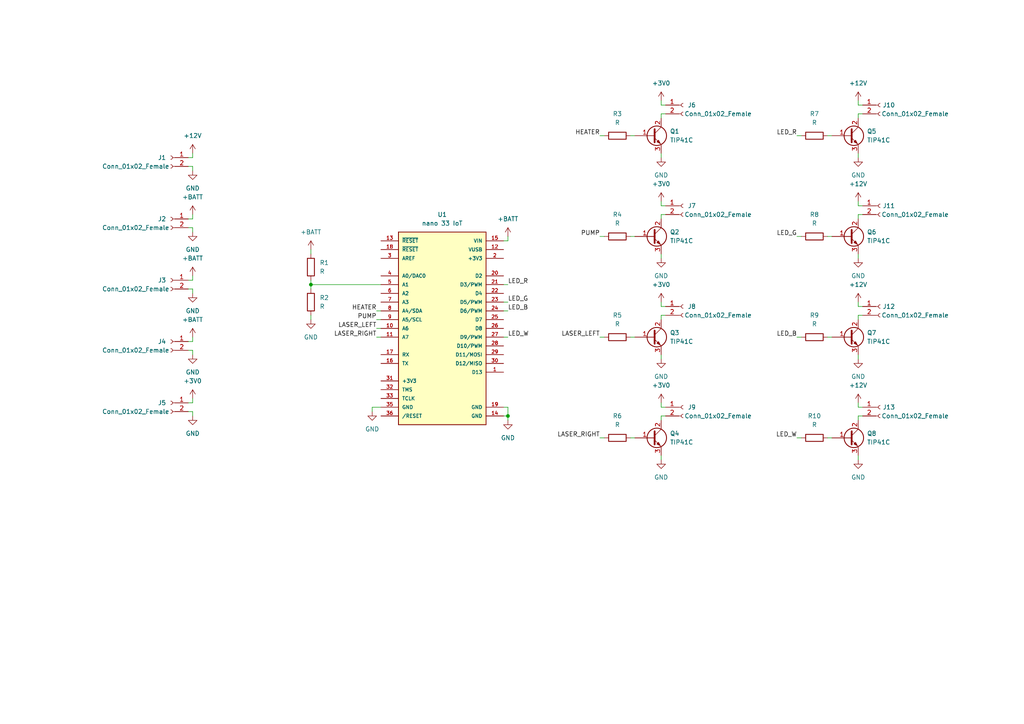
<source format=kicad_sch>
(kicad_sch (version 20211123) (generator eeschema)
  (paper "A4")
  (lib_symbols
    (symbol "Connector:Conn_01x02_Female" (pin_names (offset 1.016) hide)
      (property "Reference" "J" (at 0 2.54 0))
      (property "Value" "Conn_01x02_Female" (at 0 -5.08 0))
      (symbol "Conn_01x02_Female_1_1"
        (arc (start 0 -2.032) (mid -0.508 -2.54) (end 0 -3.048) (stroke (width 0.1524)))
        (polyline (pts (xy -1.27 -2.54) (xy -0.508 -2.54)) (stroke (width 0.1524)))
        (polyline (pts (xy -1.27 0) (xy -0.508 0)) (stroke (width 0.1524)))
        (arc (start 0 0.508) (mid -0.508 0) (end 0 -0.508) (stroke (width 0.1524)))
        (pin passive line (at -5.08 0 0) (length 3.81) (name "Pin_1") (number "1"))
        (pin passive line (at -5.08 -2.54 0) (length 3.81) (name "Pin_2") (number "2"))
      )
    )
    (symbol "Device:R" (pin_numbers hide) (pin_names (offset 0))
      (property "Reference" "R" (at 2.032 0 90))
      (property "Value" "R" (at 0 0 90))
      (symbol "R_0_1"
        (rectangle (start -1.016 -2.54) (end 1.016 2.54) (stroke (width 0.254)))
      )
      (symbol "R_1_1"
        (pin passive line (at 0 3.81 270) (length 1.27) (name "~") (number "1"))
        (pin passive line (at 0 -3.81 90) (length 1.27) (name "~") (number "2"))
      )
    )
    (symbol "Transistor_BJT:TIP41C" (pin_names (offset 0) hide)
      (property "Reference" "Q" (at 6.35 1.905 0))
      (property "Value" "TIP41C" (at 6.35 0 0))
      (symbol "TIP41C_0_1"
        (polyline (pts (xy 0.635 0.635) (xy 2.54 2.54)))
        (polyline (pts (xy 0.635 -0.635) (xy 2.54 -2.54) (xy 2.54 -2.54)))
        (polyline (pts (xy 0.635 1.905) (xy 0.635 -1.905) (xy 0.635 -1.905)) (stroke (width 0.508)))
        (polyline (pts (xy 1.27 -1.778) (xy 1.778 -1.27) (xy 2.286 -2.286) (xy 1.27 -1.778) (xy 1.27 -1.778)) (fill (type outline)))
        (circle (center 1.27 0) (radius 2.8194) (stroke (width 0.254)))
      )
      (symbol "TIP41C_1_1"
        (pin input line (at -5.08 0 0) (length 5.715) (name "B") (number "1"))
        (pin passive line (at 2.54 5.08 270) (length 2.54) (name "C") (number "2"))
        (pin passive line (at 2.54 -5.08 90) (length 2.54) (name "E") (number "3"))
      )
    )
    (symbol "arduino:nano 33 IoT" (pin_names (offset 1.016))
      (property "Reference" "U" (at -12.7 26.67 0))
      (property "Value" "nano 33 IoT" (at -12.7 -33.02 0))
      (symbol "nano 33 IoT_0_0"
        (rectangle (start -12.7 25.4) (end 12.7 -30.48) (stroke (width 0.254)) (fill (type background)))
        (pin bidirectional line (at 17.78 -15.24 180) (length 5.08) (name "D13") (number "1"))
        (pin input line (at -17.78 -2.54 0) (length 5.08) (name "A6") (number "10"))
        (pin input line (at -17.78 -5.08 0) (length 5.08) (name "A7") (number "11"))
        (pin power_in line (at 17.78 20.32 180) (length 5.08) (name "VUSB") (number "12"))
        (pin input line (at -17.78 22.86 0) (length 5.08) (name "~{RESET}") (number "13"))
        (pin power_in line (at 17.78 -27.94 180) (length 5.08) (name "GND") (number "14"))
        (pin power_in line (at 17.78 22.86 180) (length 5.08) (name "VIN") (number "15"))
        (pin bidirectional line (at -17.78 -12.7 0) (length 5.08) (name "TX") (number "16"))
        (pin bidirectional line (at -17.78 -10.16 0) (length 5.08) (name "RX") (number "17"))
        (pin input line (at -17.78 20.32 0) (length 5.08) (name "~{RESET}") (number "18"))
        (pin power_in line (at 17.78 -25.4 180) (length 5.08) (name "GND") (number "19"))
        (pin power_in line (at 17.78 17.78 180) (length 5.08) (name "+3V3") (number "2"))
        (pin bidirectional line (at 17.78 12.7 180) (length 5.08) (name "D2") (number "20"))
        (pin bidirectional line (at 17.78 10.16 180) (length 5.08) (name "D3/PWM") (number "21"))
        (pin bidirectional line (at 17.78 7.62 180) (length 5.08) (name "D4") (number "22"))
        (pin bidirectional line (at 17.78 5.08 180) (length 5.08) (name "D5/PWM") (number "23"))
        (pin bidirectional line (at 17.78 2.54 180) (length 5.08) (name "D6/PWM") (number "24"))
        (pin bidirectional line (at 17.78 0 180) (length 5.08) (name "D7") (number "25"))
        (pin bidirectional line (at 17.78 -2.54 180) (length 5.08) (name "D8") (number "26"))
        (pin bidirectional line (at 17.78 -5.08 180) (length 5.08) (name "D9/PWM") (number "27"))
        (pin bidirectional line (at 17.78 -7.62 180) (length 5.08) (name "D10/PWM") (number "28"))
        (pin bidirectional line (at 17.78 -10.16 180) (length 5.08) (name "D11/MOSI") (number "29"))
        (pin input line (at -17.78 17.78 0) (length 5.08) (name "AREF") (number "3"))
        (pin bidirectional line (at 17.78 -12.7 180) (length 5.08) (name "D12/MISO") (number "30"))
        (pin bidirectional line (at -17.78 -17.78 0) (length 5.08) (name "+3V3") (number "31"))
        (pin bidirectional line (at -17.78 -20.32 0) (length 5.08) (name "TMS") (number "32"))
        (pin bidirectional line (at -17.78 -22.86 0) (length 5.08) (name "TCLK") (number "33"))
        (pin bidirectional line (at -17.78 -25.4 0) (length 5.08) (name "GND") (number "35"))
        (pin bidirectional line (at -17.78 -27.94 0) (length 5.08) (name "/RESET") (number "36"))
        (pin bidirectional line (at -17.78 12.7 0) (length 5.08) (name "A0/DAC0") (number "4"))
        (pin input line (at -17.78 10.16 0) (length 5.08) (name "A1") (number "5"))
        (pin input line (at -17.78 7.62 0) (length 5.08) (name "A2") (number "6"))
        (pin input line (at -17.78 5.08 0) (length 5.08) (name "A3") (number "7"))
        (pin input line (at -17.78 2.54 0) (length 5.08) (name "A4/SDA") (number "8"))
        (pin input line (at -17.78 0 0) (length 5.08) (name "A5/SCL") (number "9"))
      )
    )
    (symbol "power:+12V" (power) (pin_names (offset 0))
      (property "Value" "+12V" (at 0 3.556 0))
      (symbol "+12V_0_1"
        (polyline (pts (xy -0.762 1.27) (xy 0 2.54)))
        (polyline (pts (xy 0 0) (xy 0 2.54)))
        (polyline (pts (xy 0 2.54) (xy 0.762 1.27)))
      )
      (symbol "+12V_1_1"
        (pin power_in line (at 0 0 90) (length 0) hide (name "+12V") (number "1"))
      )
    )
    (symbol "power:+3V0" (power) (pin_names (offset 0))
      (property "Value" "+3V0" (at 0 3.556 0))
      (symbol "+3V0_0_1"
        (polyline (pts (xy -0.762 1.27) (xy 0 2.54)))
        (polyline (pts (xy 0 0) (xy 0 2.54)))
        (polyline (pts (xy 0 2.54) (xy 0.762 1.27)))
      )
      (symbol "+3V0_1_1"
        (pin power_in line (at 0 0 90) (length 0) hide (name "+3V0") (number "1"))
      )
    )
    (symbol "power:+BATT" (power) (pin_names (offset 0))
      (property "Value" "+BATT" (at 0 3.556 0))
      (symbol "+BATT_0_1"
        (polyline (pts (xy -0.762 1.27) (xy 0 2.54)))
        (polyline (pts (xy 0 0) (xy 0 2.54)))
        (polyline (pts (xy 0 2.54) (xy 0.762 1.27)))
      )
      (symbol "+BATT_1_1"
        (pin power_in line (at 0 0 90) (length 0) hide (name "+BATT") (number "1"))
      )
    )
    (symbol "power:GND" (power) (pin_names (offset 0))
      (property "Value" "GND" (at 0 -3.81 0))
      (symbol "GND_0_1"
        (polyline (pts (xy 0 0) (xy 0 -1.27) (xy 1.27 -1.27) (xy 0 -2.54) (xy -1.27 -1.27) (xy 0 -1.27)))
      )
      (symbol "GND_1_1"
        (pin power_in line (at 0 0 270) (length 0) hide (name "GND") (number "1"))
      )
    )
  )
  (junction (at 147.32 120.65))
  (junction (at 90.17 82.55))
  (wire (pts (xy 231.14 127) (xy 232.41 127)))
  (wire (pts (xy 55.88 81.28) (xy 55.88 80.01)))
  (wire (pts (xy 146.05 120.65) (xy 147.32 120.65)))
  (wire (pts (xy 90.17 81.28) (xy 90.17 82.55)))
  (wire (pts (xy 248.92 121.92) (xy 248.92 120.65)))
  (wire (pts (xy 191.77 34.29) (xy 191.77 33.02)))
  (wire (pts (xy 55.88 45.72) (xy 55.88 44.45)))
  (wire (pts (xy 248.92 116.84) (xy 248.92 118.11)))
  (wire (pts (xy 54.61 81.28) (xy 55.88 81.28)))
  (wire (pts (xy 240.03 68.58) (xy 241.3 68.58)))
  (wire (pts (xy 173.99 39.37) (xy 175.26 39.37)))
  (wire (pts (xy 191.77 62.23) (xy 193.04 62.23)))
  (wire (pts (xy 191.77 102.87) (xy 191.77 104.14)))
  (wire (pts (xy 191.77 29.21) (xy 191.77 30.48)))
  (wire (pts (xy 55.88 119.38) (xy 55.88 120.65)))
  (wire (pts (xy 54.61 99.06) (xy 55.88 99.06)))
  (wire (pts (xy 250.19 30.48) (xy 248.92 30.48)))
  (wire (pts (xy 248.92 58.42) (xy 248.92 59.69)))
  (wire (pts (xy 250.19 59.69) (xy 248.92 59.69)))
  (wire (pts (xy 55.88 83.82) (xy 55.88 85.09)))
  (wire (pts (xy 146.05 97.79) (xy 147.32 97.79)))
  (wire (pts (xy 55.88 116.84) (xy 55.88 115.57)))
  (wire (pts (xy 146.05 118.11) (xy 147.32 118.11)))
  (wire (pts (xy 147.32 118.11) (xy 147.32 120.65)))
  (wire (pts (xy 248.92 132.08) (xy 248.92 133.35)))
  (wire (pts (xy 248.92 33.02) (xy 250.19 33.02)))
  (wire (pts (xy 248.92 91.44) (xy 250.19 91.44)))
  (wire (pts (xy 146.05 69.85) (xy 147.32 69.85)))
  (wire (pts (xy 193.04 30.48) (xy 191.77 30.48)))
  (wire (pts (xy 182.88 127) (xy 184.15 127)))
  (wire (pts (xy 191.77 116.84) (xy 191.77 118.11)))
  (wire (pts (xy 146.05 82.55) (xy 147.32 82.55)))
  (wire (pts (xy 182.88 39.37) (xy 184.15 39.37)))
  (wire (pts (xy 231.14 68.58) (xy 232.41 68.58)))
  (wire (pts (xy 191.77 73.66) (xy 191.77 74.93)))
  (wire (pts (xy 248.92 92.71) (xy 248.92 91.44)))
  (wire (pts (xy 90.17 82.55) (xy 110.49 82.55)))
  (wire (pts (xy 182.88 97.79) (xy 184.15 97.79)))
  (wire (pts (xy 90.17 82.55) (xy 90.17 83.82)))
  (wire (pts (xy 248.92 120.65) (xy 250.19 120.65)))
  (wire (pts (xy 191.77 121.92) (xy 191.77 120.65)))
  (wire (pts (xy 248.92 87.63) (xy 248.92 88.9)))
  (wire (pts (xy 173.99 97.79) (xy 175.26 97.79)))
  (wire (pts (xy 54.61 116.84) (xy 55.88 116.84)))
  (wire (pts (xy 248.92 44.45) (xy 248.92 45.72)))
  (wire (pts (xy 191.77 63.5) (xy 191.77 62.23)))
  (wire (pts (xy 193.04 88.9) (xy 191.77 88.9)))
  (wire (pts (xy 231.14 97.79) (xy 232.41 97.79)))
  (wire (pts (xy 54.61 63.5) (xy 55.88 63.5)))
  (wire (pts (xy 248.92 73.66) (xy 248.92 74.93)))
  (wire (pts (xy 248.92 34.29) (xy 248.92 33.02)))
  (wire (pts (xy 240.03 39.37) (xy 241.3 39.37)))
  (wire (pts (xy 90.17 72.39) (xy 90.17 73.66)))
  (wire (pts (xy 250.19 88.9) (xy 248.92 88.9)))
  (wire (pts (xy 90.17 91.44) (xy 90.17 92.71)))
  (wire (pts (xy 182.88 68.58) (xy 184.15 68.58)))
  (wire (pts (xy 191.77 120.65) (xy 193.04 120.65)))
  (wire (pts (xy 54.61 101.6) (xy 55.88 101.6)))
  (wire (pts (xy 110.49 97.79) (xy 109.22 97.79)))
  (wire (pts (xy 248.92 63.5) (xy 248.92 62.23)))
  (wire (pts (xy 191.77 132.08) (xy 191.77 133.35)))
  (wire (pts (xy 248.92 29.21) (xy 248.92 30.48)))
  (wire (pts (xy 240.03 97.79) (xy 241.3 97.79)))
  (wire (pts (xy 54.61 45.72) (xy 55.88 45.72)))
  (wire (pts (xy 110.49 90.17) (xy 109.22 90.17)))
  (wire (pts (xy 191.77 91.44) (xy 193.04 91.44)))
  (wire (pts (xy 191.77 92.71) (xy 191.77 91.44)))
  (wire (pts (xy 54.61 66.04) (xy 55.88 66.04)))
  (wire (pts (xy 54.61 119.38) (xy 55.88 119.38)))
  (wire (pts (xy 191.77 58.42) (xy 191.77 59.69)))
  (wire (pts (xy 173.99 127) (xy 175.26 127)))
  (wire (pts (xy 191.77 33.02) (xy 193.04 33.02)))
  (wire (pts (xy 191.77 87.63) (xy 191.77 88.9)))
  (wire (pts (xy 110.49 92.71) (xy 109.22 92.71)))
  (wire (pts (xy 107.95 118.11) (xy 110.49 118.11)))
  (wire (pts (xy 193.04 59.69) (xy 191.77 59.69)))
  (wire (pts (xy 146.05 87.63) (xy 147.32 87.63)))
  (wire (pts (xy 54.61 83.82) (xy 55.88 83.82)))
  (wire (pts (xy 147.32 68.58) (xy 147.32 69.85)))
  (wire (pts (xy 146.05 90.17) (xy 147.32 90.17)))
  (wire (pts (xy 107.95 119.38) (xy 107.95 118.11)))
  (wire (pts (xy 231.14 39.37) (xy 232.41 39.37)))
  (wire (pts (xy 248.92 62.23) (xy 250.19 62.23)))
  (wire (pts (xy 147.32 120.65) (xy 147.32 121.92)))
  (wire (pts (xy 248.92 102.87) (xy 248.92 104.14)))
  (wire (pts (xy 55.88 101.6) (xy 55.88 102.87)))
  (wire (pts (xy 110.49 95.25) (xy 109.22 95.25)))
  (wire (pts (xy 55.88 48.26) (xy 55.88 49.53)))
  (wire (pts (xy 191.77 44.45) (xy 191.77 45.72)))
  (wire (pts (xy 173.99 68.58) (xy 175.26 68.58)))
  (wire (pts (xy 54.61 48.26) (xy 55.88 48.26)))
  (wire (pts (xy 55.88 63.5) (xy 55.88 62.23)))
  (wire (pts (xy 193.04 118.11) (xy 191.77 118.11)))
  (wire (pts (xy 55.88 66.04) (xy 55.88 67.31)))
  (wire (pts (xy 55.88 99.06) (xy 55.88 97.79)))
  (wire (pts (xy 250.19 118.11) (xy 248.92 118.11)))
  (wire (pts (xy 240.03 127) (xy 241.3 127)))
  (label "PUMP" (at 173.99 68.58 180))
  (label "LED_B" (at 231.14 97.79 180))
  (label "PUMP" (at 109.22 92.71 180))
  (label "LED_W" (at 147.32 97.79 0))
  (label "LED_R" (at 231.14 39.37 180))
  (label "LASER_RIGHT" (at 173.99 127 180))
  (label "LASER_LEFT" (at 109.22 95.25 180))
  (label "LED_B" (at 147.32 90.17 0))
  (label "LED_G" (at 147.32 87.63 0))
  (label "HEATER" (at 173.99 39.37 180))
  (label "HEATER" (at 109.22 90.17 180))
  (label "LASER_LEFT" (at 173.99 97.79 180))
  (label "LASER_RIGHT" (at 109.22 97.79 180))
  (label "LED_G" (at 231.14 68.58 180))
  (label "LED_R" (at 147.32 82.55 0))
  (label "LED_W" (at 231.14 127 180))
  (symbol (lib_id "Device:R") (at 179.07 68.58 90) (unit 1)
    (property "Reference" "R4" (at 179.07 62.23 90))
    (property "Value" "R" (at 179.07 64.77 90))
    (property "Footprint" "Resistor_THT:R_Axial_DIN0204_L3.6mm_D1.6mm_P2.54mm_Vertical" (effects hide))
  )
  (symbol (lib_id "arduino:nano 33 IoT") (at 128.27 92.71 0) (unit 1)
    (property "Reference" "U1" (at 128.27 62.23 0))
    (property "Value" "nano 33 IoT" (at 128.27 64.77 0))
    (property "Footprint" "arduino:NANO 33 IOT" (effects hide))
    (property "Datasheet" "https://docs.arduino.cc/hardware/nano-33-iot" (effects hide))
    (property "MF" "Arduino" (effects hide))
    (property "DESCRIPTION" "ATSAMD21G18A Arduino Nano 33 IoT SAM D ARM® Cortex®-M0+ MCU 32-Bit Embedded Evaluation Board" (effects hide))
  )
  (symbol (lib_id "power:+BATT") (at 147.32 68.58 0) (unit 1)
    (property "Reference" "#PWR0131" (effects hide))
    (property "Value" "+BATT" (at 147.32 63.5 0))
  )
  (symbol (lib_id "Connector:Conn_01x02_Female") (at 49.53 99.06 0) (mirror y) (unit 1)
    (property "Reference" "J4" (at 46.99 99.06 0))
    (property "Value" "Conn_01x02_Female" (at 39.37 101.6 0))
    (property "Footprint" "TerminalBlock:TerminalBlock_bornier-2_P5.08mm" (effects hide))
  )
  (symbol (lib_id "power:+3V0") (at 191.77 116.84 0) (unit 1)
    (property "Reference" "#PWR0126" (effects hide))
    (property "Value" "+3V0" (at 191.77 111.76 0))
  )
  (symbol (lib_id "Connector:Conn_01x02_Female") (at 49.53 63.5 0) (mirror y) (unit 1)
    (property "Reference" "J2" (at 46.99 63.5 0))
    (property "Value" "Conn_01x02_Female" (at 39.37 66.04 0))
    (property "Footprint" "TerminalBlock:TerminalBlock_bornier-2_P5.08mm" (effects hide))
  )
  (symbol (lib_id "power:+BATT") (at 90.17 72.39 0) (unit 1)
    (property "Reference" "#PWR0111" (effects hide))
    (property "Value" "+BATT" (at 90.17 67.31 0))
  )
  (symbol (lib_id "Transistor_BJT:TIP41C") (at 246.38 97.79 0) (unit 1)
    (property "Reference" "Q7" (at 251.46 96.5199 0) (effects (justify left)))
    (property "Value" "TIP41C" (at 251.46 99.0599 0) (effects (justify left)))
    (property "Footprint" "Package_TO_SOT_THT:TO-220-3_Vertical" (effects hide))
    (property "Datasheet" "https://www.centralsemi.com/get_document.php?cmp=1&mergetype=pd&mergepath=pd&pdf_id=tip41.PDF" (effects hide))
  )
  (symbol (lib_id "Transistor_BJT:TIP41C") (at 189.23 97.79 0) (unit 1)
    (property "Reference" "Q3" (at 194.31 96.5199 0) (effects (justify left)))
    (property "Value" "TIP41C" (at 194.31 99.0599 0) (effects (justify left)))
    (property "Footprint" "Package_TO_SOT_THT:TO-220-3_Vertical" (effects hide))
    (property "Datasheet" "https://www.centralsemi.com/get_document.php?cmp=1&mergetype=pd&mergepath=pd&pdf_id=tip41.PDF" (effects hide))
  )
  (symbol (lib_id "Connector:Conn_01x02_Female") (at 198.12 118.11 0) (unit 1)
    (property "Reference" "J9" (at 200.66 118.11 0))
    (property "Value" "Conn_01x02_Female" (at 208.28 120.65 0))
    (property "Footprint" "TerminalBlock:TerminalBlock_bornier-2_P5.08mm" (effects hide))
  )
  (symbol (lib_id "power:GND") (at 55.88 85.09 0) (unit 1)
    (property "Reference" "#PWR0106" (effects hide))
    (property "Value" "GND" (at 55.88 90.17 0))
  )
  (symbol (lib_id "power:+3V0") (at 191.77 87.63 0) (unit 1)
    (property "Reference" "#PWR0128" (effects hide))
    (property "Value" "+3V0" (at 191.77 82.55 0))
  )
  (symbol (lib_id "Connector:Conn_01x02_Female") (at 198.12 88.9 0) (unit 1)
    (property "Reference" "J8" (at 200.66 88.9 0))
    (property "Value" "Conn_01x02_Female" (at 208.28 91.44 0))
    (property "Footprint" "TerminalBlock:TerminalBlock_bornier-2_P5.08mm" (effects hide))
  )
  (symbol (lib_id "Transistor_BJT:TIP41C") (at 246.38 39.37 0) (unit 1)
    (property "Reference" "Q5" (at 251.46 38.0999 0) (effects (justify left)))
    (property "Value" "TIP41C" (at 251.46 40.6399 0) (effects (justify left)))
    (property "Footprint" "Package_TO_SOT_THT:TO-220-3_Vertical" (effects hide))
    (property "Datasheet" "https://www.centralsemi.com/get_document.php?cmp=1&mergetype=pd&mergepath=pd&pdf_id=tip41.PDF" (effects hide))
  )
  (symbol (lib_id "power:GND") (at 90.17 92.71 0) (unit 1)
    (property "Reference" "#PWR0112" (effects hide))
    (property "Value" "GND" (at 90.17 97.79 0))
  )
  (symbol (lib_id "Connector:Conn_01x02_Female") (at 255.27 118.11 0) (unit 1)
    (property "Reference" "J13" (at 257.81 118.11 0))
    (property "Value" "Conn_01x02_Female" (at 265.43 120.65 0))
    (property "Footprint" "TerminalBlock:TerminalBlock_bornier-2_P5.08mm" (effects hide))
  )
  (symbol (lib_id "Connector:Conn_01x02_Female") (at 198.12 59.69 0) (unit 1)
    (property "Reference" "J7" (at 200.66 59.69 0))
    (property "Value" "Conn_01x02_Female" (at 208.28 62.23 0))
    (property "Footprint" "TerminalBlock:TerminalBlock_bornier-2_P5.08mm" (effects hide))
  )
  (symbol (lib_id "power:GND") (at 248.92 104.14 0) (unit 1)
    (property "Reference" "#PWR0113" (effects hide))
    (property "Value" "GND" (at 248.92 109.22 0))
  )
  (symbol (lib_id "power:GND") (at 147.32 121.92 0) (unit 1)
    (property "Reference" "#PWR0130" (effects hide))
    (property "Value" "GND" (at 147.32 127 0))
  )
  (symbol (lib_id "power:GND") (at 107.95 119.38 0) (unit 1)
    (property "Reference" "#PWR0129" (effects hide))
    (property "Value" "GND" (at 107.95 124.46 0))
  )
  (symbol (lib_id "power:+BATT") (at 55.88 80.01 0) (unit 1)
    (property "Reference" "#PWR0105" (effects hide))
    (property "Value" "+BATT" (at 55.88 74.93 0))
  )
  (symbol (lib_id "Device:R") (at 179.07 97.79 90) (unit 1)
    (property "Reference" "R5" (at 179.07 91.44 90))
    (property "Value" "R" (at 179.07 93.98 90))
    (property "Footprint" "Resistor_THT:R_Axial_DIN0204_L3.6mm_D1.6mm_P2.54mm_Vertical" (effects hide))
  )
  (symbol (lib_id "Device:R") (at 90.17 87.63 0) (unit 1)
    (property "Reference" "R2" (at 92.71 86.3599 0) (effects (justify left)))
    (property "Value" "R" (at 92.71 88.8999 0) (effects (justify left)))
    (property "Footprint" "Resistor_THT:R_Axial_DIN0204_L3.6mm_D1.6mm_P2.54mm_Vertical" (effects hide))
  )
  (symbol (lib_id "power:GND") (at 191.77 133.35 0) (unit 1)
    (property "Reference" "#PWR0127" (effects hide))
    (property "Value" "GND" (at 191.77 138.43 0))
  )
  (symbol (lib_id "power:GND") (at 55.88 49.53 0) (unit 1)
    (property "Reference" "#PWR0101" (effects hide))
    (property "Value" "GND" (at 55.88 54.61 0))
  )
  (symbol (lib_id "power:+3V0") (at 191.77 58.42 0) (unit 1)
    (property "Reference" "#PWR0118" (effects hide))
    (property "Value" "+3V0" (at 191.77 53.34 0))
  )
  (symbol (lib_id "Connector:Conn_01x02_Female") (at 255.27 88.9 0) (unit 1)
    (property "Reference" "J12" (at 257.81 88.9 0))
    (property "Value" "Conn_01x02_Female" (at 265.43 91.44 0))
    (property "Footprint" "TerminalBlock:TerminalBlock_bornier-2_P5.08mm" (effects hide))
  )
  (symbol (lib_id "power:GND") (at 55.88 120.65 0) (unit 1)
    (property "Reference" "#PWR0110" (effects hide))
    (property "Value" "GND" (at 55.88 125.73 0))
  )
  (symbol (lib_id "Device:R") (at 90.17 77.47 0) (unit 1)
    (property "Reference" "R1" (at 92.71 76.1999 0) (effects (justify left)))
    (property "Value" "R" (at 92.71 78.7399 0) (effects (justify left)))
    (property "Footprint" "Resistor_THT:R_Axial_DIN0204_L3.6mm_D1.6mm_P2.54mm_Vertical" (effects hide))
  )
  (symbol (lib_id "power:GND") (at 191.77 74.93 0) (unit 1)
    (property "Reference" "#PWR0120" (effects hide))
    (property "Value" "GND" (at 191.77 80.01 0))
  )
  (symbol (lib_id "power:+BATT") (at 55.88 62.23 0) (unit 1)
    (property "Reference" "#PWR0102" (effects hide))
    (property "Value" "+BATT" (at 55.88 57.15 0))
  )
  (symbol (lib_id "power:GND") (at 191.77 104.14 0) (unit 1)
    (property "Reference" "#PWR0125" (effects hide))
    (property "Value" "GND" (at 191.77 109.22 0))
  )
  (symbol (lib_id "Transistor_BJT:TIP41C") (at 189.23 127 0) (unit 1)
    (property "Reference" "Q4" (at 194.31 125.7299 0) (effects (justify left)))
    (property "Value" "TIP41C" (at 194.31 128.2699 0) (effects (justify left)))
    (property "Footprint" "Package_TO_SOT_THT:TO-220-3_Vertical" (effects hide))
    (property "Datasheet" "https://www.centralsemi.com/get_document.php?cmp=1&mergetype=pd&mergepath=pd&pdf_id=tip41.PDF" (effects hide))
  )
  (symbol (lib_id "power:+12V") (at 248.92 58.42 0) (unit 1)
    (property "Reference" "#PWR0123" (effects hide))
    (property "Value" "+12V" (at 248.92 53.34 0))
  )
  (symbol (lib_id "Connector:Conn_01x02_Female") (at 49.53 116.84 0) (mirror y) (unit 1)
    (property "Reference" "J5" (at 46.99 116.84 0))
    (property "Value" "Conn_01x02_Female" (at 39.37 119.38 0))
    (property "Footprint" "TerminalBlock:TerminalBlock_bornier-2_P5.08mm" (effects hide))
  )
  (symbol (lib_id "power:+12V") (at 248.92 87.63 0) (unit 1)
    (property "Reference" "#PWR0115" (effects hide))
    (property "Value" "+12V" (at 248.92 82.55 0))
  )
  (symbol (lib_id "Transistor_BJT:TIP41C") (at 246.38 127 0) (unit 1)
    (property "Reference" "Q8" (at 251.46 125.7299 0) (effects (justify left)))
    (property "Value" "TIP41C" (at 251.46 128.2699 0) (effects (justify left)))
    (property "Footprint" "Package_TO_SOT_THT:TO-220-3_Vertical" (effects hide))
    (property "Datasheet" "https://www.centralsemi.com/get_document.php?cmp=1&mergetype=pd&mergepath=pd&pdf_id=tip41.PDF" (effects hide))
  )
  (symbol (lib_id "Transistor_BJT:TIP41C") (at 246.38 68.58 0) (unit 1)
    (property "Reference" "Q6" (at 251.46 67.3099 0) (effects (justify left)))
    (property "Value" "TIP41C" (at 251.46 69.8499 0) (effects (justify left)))
    (property "Footprint" "Package_TO_SOT_THT:TO-220-3_Vertical" (effects hide))
    (property "Datasheet" "https://www.centralsemi.com/get_document.php?cmp=1&mergetype=pd&mergepath=pd&pdf_id=tip41.PDF" (effects hide))
  )
  (symbol (lib_id "Device:R") (at 179.07 39.37 90) (unit 1)
    (property "Reference" "R3" (at 179.07 33.02 90))
    (property "Value" "R" (at 179.07 35.56 90))
    (property "Footprint" "Resistor_THT:R_Axial_DIN0204_L3.6mm_D1.6mm_P2.54mm_Vertical" (effects hide))
  )
  (symbol (lib_id "power:GND") (at 191.77 45.72 0) (unit 1)
    (property "Reference" "#PWR0117" (effects hide))
    (property "Value" "GND" (at 191.77 50.8 0))
  )
  (symbol (lib_id "power:+12V") (at 55.88 44.45 0) (unit 1)
    (property "Reference" "#PWR?" (effects hide))
    (property "Value" "+12V" (at 55.88 39.37 0))
  )
  (symbol (lib_id "power:GND") (at 55.88 102.87 0) (unit 1)
    (property "Reference" "#PWR0109" (effects hide))
    (property "Value" "GND" (at 55.88 107.95 0))
  )
  (symbol (lib_id "power:GND") (at 248.92 74.93 0) (unit 1)
    (property "Reference" "#PWR0121" (effects hide))
    (property "Value" "GND" (at 248.92 80.01 0))
  )
  (symbol (lib_id "Connector:Conn_01x02_Female") (at 255.27 59.69 0) (unit 1)
    (property "Reference" "J11" (at 257.81 59.69 0))
    (property "Value" "Conn_01x02_Female" (at 265.43 62.23 0))
    (property "Footprint" "TerminalBlock:TerminalBlock_bornier-2_P5.08mm" (effects hide))
  )
  (symbol (lib_id "Device:R") (at 236.22 68.58 90) (unit 1)
    (property "Reference" "R8" (at 236.22 62.23 90))
    (property "Value" "R" (at 236.22 64.77 90))
    (property "Footprint" "Resistor_THT:R_Axial_DIN0204_L3.6mm_D1.6mm_P2.54mm_Vertical" (effects hide))
  )
  (symbol (lib_id "power:+12V") (at 248.92 29.21 0) (unit 1)
    (property "Reference" "#PWR0122" (effects hide))
    (property "Value" "+12V" (at 248.92 24.13 0))
  )
  (symbol (lib_id "Transistor_BJT:TIP41C") (at 189.23 39.37 0) (unit 1)
    (property "Reference" "Q1" (at 194.31 38.0999 0) (effects (justify left)))
    (property "Value" "TIP41C" (at 194.31 40.6399 0) (effects (justify left)))
    (property "Footprint" "Package_TO_SOT_THT:TO-220-3_Vertical" (effects hide))
    (property "Datasheet" "https://www.centralsemi.com/get_document.php?cmp=1&mergetype=pd&mergepath=pd&pdf_id=tip41.PDF" (effects hide))
  )
  (symbol (lib_id "Connector:Conn_01x02_Female") (at 49.53 45.72 0) (mirror y) (unit 1)
    (property "Reference" "J1" (at 46.99 45.72 0))
    (property "Value" "Conn_01x02_Female" (at 39.37 48.26 0))
    (property "Footprint" "TerminalBlock:TerminalBlock_bornier-2_P5.08mm" (effects hide))
  )
  (symbol (lib_id "power:+12V") (at 248.92 116.84 0) (unit 1)
    (property "Reference" "#PWR0114" (effects hide))
    (property "Value" "+12V" (at 248.92 111.76 0))
  )
  (symbol (lib_id "power:GND") (at 248.92 45.72 0) (unit 1)
    (property "Reference" "#PWR0124" (effects hide))
    (property "Value" "GND" (at 248.92 50.8 0))
  )
  (symbol (lib_id "Device:R") (at 236.22 97.79 90) (unit 1)
    (property "Reference" "R9" (at 236.22 91.44 90))
    (property "Value" "R" (at 236.22 93.98 90))
    (property "Footprint" "Resistor_THT:R_Axial_DIN0204_L3.6mm_D1.6mm_P2.54mm_Vertical" (effects hide))
  )
  (symbol (lib_id "Connector:Conn_01x02_Female") (at 198.12 30.48 0) (unit 1)
    (property "Reference" "J6" (at 200.66 30.48 0))
    (property "Value" "Conn_01x02_Female" (at 208.28 33.02 0))
    (property "Footprint" "TerminalBlock:TerminalBlock_bornier-2_P5.08mm" (effects hide))
  )
  (symbol (lib_id "power:+BATT") (at 55.88 97.79 0) (unit 1)
    (property "Reference" "#PWR?" (effects hide))
    (property "Value" "+BATT" (at 55.88 92.71 0))
  )
  (symbol (lib_id "Device:R") (at 179.07 127 90) (unit 1)
    (property "Reference" "R6" (at 179.07 120.65 90))
    (property "Value" "R" (at 179.07 123.19 90))
    (property "Footprint" "Resistor_THT:R_Axial_DIN0204_L3.6mm_D1.6mm_P2.54mm_Vertical" (effects hide))
  )
  (symbol (lib_id "power:+3V0") (at 55.88 115.57 0) (unit 1)
    (property "Reference" "#PWR0107" (effects hide))
    (property "Value" "+3V0" (at 55.88 110.49 0))
  )
  (symbol (lib_id "power:+3V0") (at 191.77 29.21 0) (unit 1)
    (property "Reference" "#PWR0119" (effects hide))
    (property "Value" "+3V0" (at 191.77 24.13 0))
  )
  (symbol (lib_id "Device:R") (at 236.22 127 90) (unit 1)
    (property "Reference" "R10" (at 236.22 120.65 90))
    (property "Value" "R" (at 236.22 123.19 90))
    (property "Footprint" "Resistor_THT:R_Axial_DIN0204_L3.6mm_D1.6mm_P2.54mm_Vertical" (effects hide))
  )
  (symbol (lib_id "Transistor_BJT:TIP41C") (at 189.23 68.58 0) (unit 1)
    (property "Reference" "Q2" (at 194.31 67.3099 0) (effects (justify left)))
    (property "Value" "TIP41C" (at 194.31 69.8499 0) (effects (justify left)))
    (property "Footprint" "Package_TO_SOT_THT:TO-220-3_Vertical" (effects hide))
    (property "Datasheet" "https://www.centralsemi.com/get_document.php?cmp=1&mergetype=pd&mergepath=pd&pdf_id=tip41.PDF" (effects hide))
  )
  (symbol (lib_id "Device:R") (at 236.22 39.37 90) (unit 1)
    (property "Reference" "R7" (at 236.22 33.02 90))
    (property "Value" "R" (at 236.22 35.56 90))
    (property "Footprint" "Resistor_THT:R_Axial_DIN0204_L3.6mm_D1.6mm_P2.54mm_Vertical" (effects hide))
  )
  (symbol (lib_id "Connector:Conn_01x02_Female") (at 49.53 81.28 0) (mirror y) (unit 1)
    (property "Reference" "J3" (at 46.99 81.28 0))
    (property "Value" "Conn_01x02_Female" (at 39.37 83.82 0))
    (property "Footprint" "TerminalBlock:TerminalBlock_bornier-2_P5.08mm" (effects hide))
  )
  (symbol (lib_id "Connector:Conn_01x02_Female") (at 255.27 30.48 0) (unit 1)
    (property "Reference" "J10" (at 257.81 30.48 0))
    (property "Value" "Conn_01x02_Female" (at 265.43 33.02 0))
    (property "Footprint" "TerminalBlock:TerminalBlock_bornier-2_P5.08mm" (effects hide))
  )
  (symbol (lib_id "power:GND") (at 248.92 133.35 0) (unit 1)
    (property "Reference" "#PWR0116" (effects hide))
    (property "Value" "GND" (at 248.92 138.43 0))
  )
  (symbol (lib_id "power:GND") (at 55.88 67.31 0) (unit 1)
    (property "Reference" "#PWR0104" (effects hide))
    (property "Value" "GND" (at 55.88 72.39 0))
  )
)
</source>
